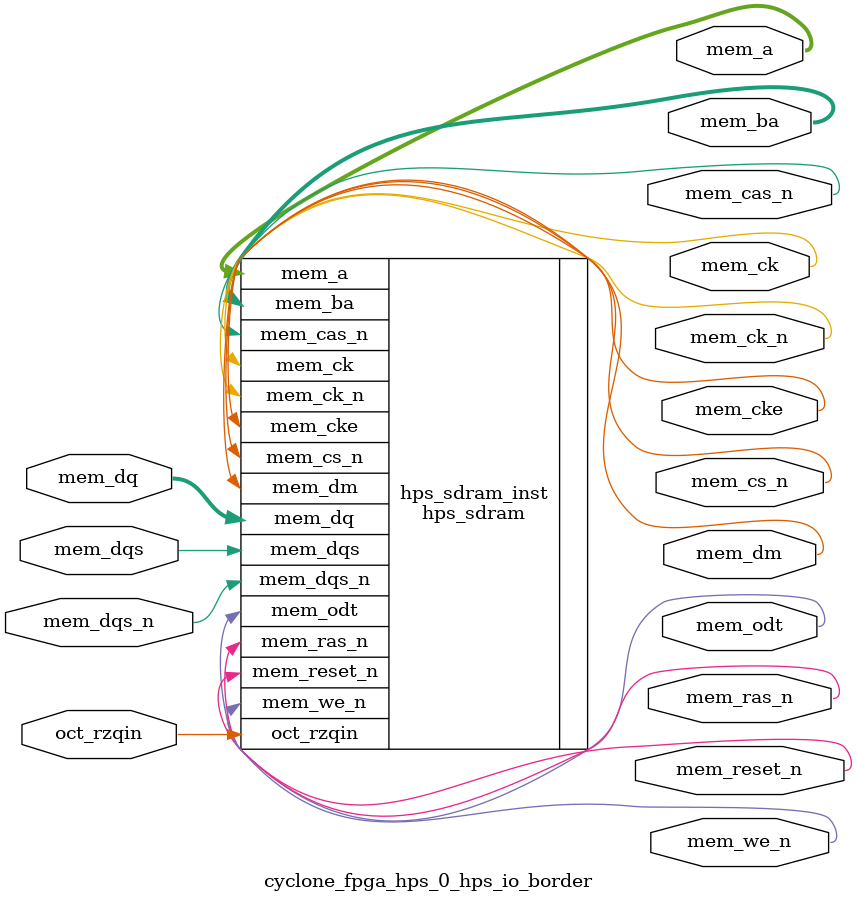
<source format=sv>


module cyclone_fpga_hps_0_hps_io_border(
// memory
  output wire [13 - 1 : 0 ] mem_a
 ,output wire [3 - 1 : 0 ] mem_ba
 ,output wire [1 - 1 : 0 ] mem_ck
 ,output wire [1 - 1 : 0 ] mem_ck_n
 ,output wire [1 - 1 : 0 ] mem_cke
 ,output wire [1 - 1 : 0 ] mem_cs_n
 ,output wire [1 - 1 : 0 ] mem_ras_n
 ,output wire [1 - 1 : 0 ] mem_cas_n
 ,output wire [1 - 1 : 0 ] mem_we_n
 ,output wire [1 - 1 : 0 ] mem_reset_n
 ,inout wire [8 - 1 : 0 ] mem_dq
 ,inout wire [1 - 1 : 0 ] mem_dqs
 ,inout wire [1 - 1 : 0 ] mem_dqs_n
 ,output wire [1 - 1 : 0 ] mem_odt
 ,output wire [1 - 1 : 0 ] mem_dm
 ,input wire [1 - 1 : 0 ] oct_rzqin
);


hps_sdram hps_sdram_inst(
 .mem_dq({
    mem_dq[7:0] // 7:0
  })
,.mem_odt({
    mem_odt[0:0] // 0:0
  })
,.mem_ras_n({
    mem_ras_n[0:0] // 0:0
  })
,.mem_dqs_n({
    mem_dqs_n[0:0] // 0:0
  })
,.mem_dqs({
    mem_dqs[0:0] // 0:0
  })
,.mem_dm({
    mem_dm[0:0] // 0:0
  })
,.mem_we_n({
    mem_we_n[0:0] // 0:0
  })
,.mem_cas_n({
    mem_cas_n[0:0] // 0:0
  })
,.mem_ba({
    mem_ba[2:0] // 2:0
  })
,.mem_a({
    mem_a[12:0] // 12:0
  })
,.mem_cs_n({
    mem_cs_n[0:0] // 0:0
  })
,.mem_ck({
    mem_ck[0:0] // 0:0
  })
,.mem_cke({
    mem_cke[0:0] // 0:0
  })
,.oct_rzqin({
    oct_rzqin[0:0] // 0:0
  })
,.mem_reset_n({
    mem_reset_n[0:0] // 0:0
  })
,.mem_ck_n({
    mem_ck_n[0:0] // 0:0
  })
);

endmodule


</source>
